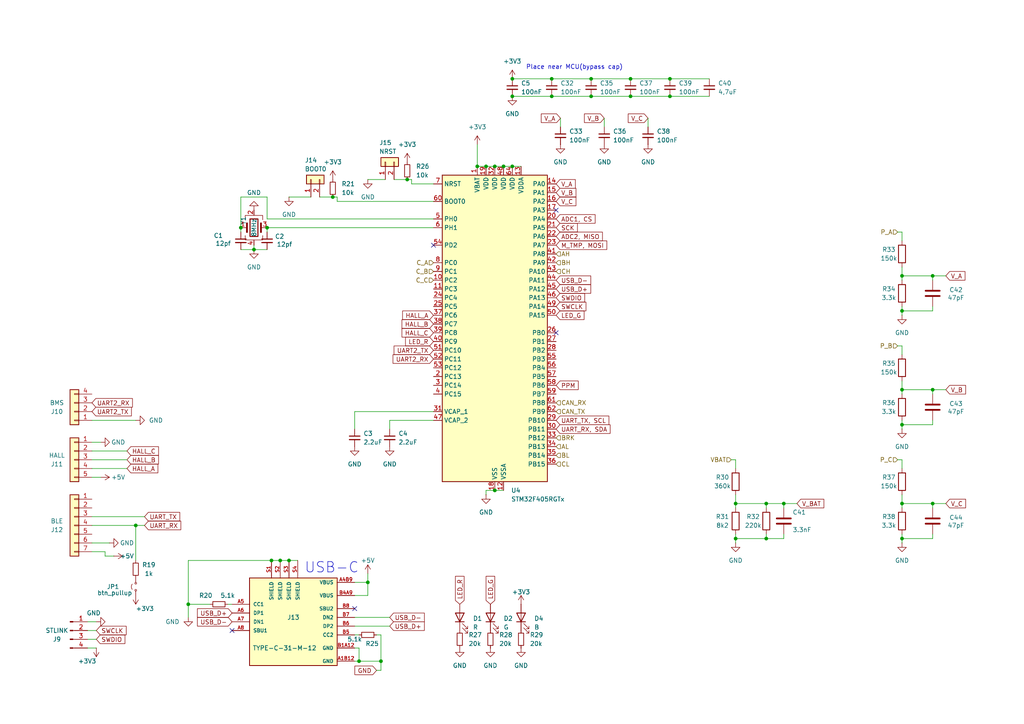
<source format=kicad_sch>
(kicad_sch (version 20231120) (generator "eeschema") (generator_version "8.0")
  (paper "A4")
  (lib_symbols
    (symbol "Connector:Conn_01x04_Pin" (pin_names (offset 1.016) hide)
      (property "Reference" "J" (at 0 5.08 0))
      (property "Value" "Conn_01x04_Pin" (at 0 -7.62 0))
      (symbol "Conn_01x04_Pin_1_1"
        (pin passive line (at 5.08 2.54 180) (length 3.81) (name "Pin_1") (number "1"))
        (pin passive line (at 5.08 0 180) (length 3.81) (name "Pin_2") (number "2"))
        (pin passive line (at 5.08 -2.54 180) (length 3.81) (name "Pin_3") (number "3"))
        (pin passive line (at 5.08 -5.08 180) (length 3.81) (name "Pin_4") (number "4"))
      )
    )
    (symbol "Connector_Generic:Conn_01x02" (pin_names (offset 1.016) hide)
      (property "Reference" "J" (at 0 2.54 0))
      (property "Value" "Conn_01x02" (at 0 -5.08 0))
      (symbol "Conn_01x02_1_1"
        (pin passive line (at -5.08 0 0) (length 3.81) (name "Pin_1") (number "1"))
        (pin passive line (at -5.08 -2.54 0) (length 3.81) (name "Pin_2") (number "2"))
      )
    )
    (symbol "Connector_Generic:Conn_01x04" (pin_names (offset 1.016) hide)
      (property "Reference" "J" (at 0 5.08 0))
      (property "Value" "Conn_01x04" (at 0 -7.62 0))
      (symbol "Conn_01x04_1_1"
        (pin passive line (at -5.08 2.54 0) (length 3.81) (name "Pin_1") (number "1"))
        (pin passive line (at -5.08 0 0) (length 3.81) (name "Pin_2") (number "2"))
        (pin passive line (at -5.08 -2.54 0) (length 3.81) (name "Pin_3") (number "3"))
        (pin passive line (at -5.08 -5.08 0) (length 3.81) (name "Pin_4") (number "4"))
      )
    )
    (symbol "Connector_Generic:Conn_01x05" (pin_names (offset 1.016) hide)
      (property "Reference" "J" (at 0 7.62 0))
      (property "Value" "Conn_01x05" (at 0 -7.62 0))
      (symbol "Conn_01x05_1_1"
        (pin passive line (at -5.08 5.08 0) (length 3.81) (name "Pin_1") (number "1"))
        (pin passive line (at -5.08 2.54 0) (length 3.81) (name "Pin_2") (number "2"))
        (pin passive line (at -5.08 0 0) (length 3.81) (name "Pin_3") (number "3"))
        (pin passive line (at -5.08 -2.54 0) (length 3.81) (name "Pin_4") (number "4"))
        (pin passive line (at -5.08 -5.08 0) (length 3.81) (name "Pin_5") (number "5"))
      )
    )
    (symbol "Connector_Generic:Conn_01x07" (pin_names (offset 1.016) hide)
      (property "Reference" "J" (at 0 10.16 0))
      (property "Value" "Conn_01x07" (at 0 -10.16 0))
      (symbol "Conn_01x07_1_1"
        (pin passive line (at -5.08 7.62 0) (length 3.81) (name "Pin_1") (number "1"))
        (pin passive line (at -5.08 5.08 0) (length 3.81) (name "Pin_2") (number "2"))
        (pin passive line (at -5.08 2.54 0) (length 3.81) (name "Pin_3") (number "3"))
        (pin passive line (at -5.08 0 0) (length 3.81) (name "Pin_4") (number "4"))
        (pin passive line (at -5.08 -2.54 0) (length 3.81) (name "Pin_5") (number "5"))
        (pin passive line (at -5.08 -5.08 0) (length 3.81) (name "Pin_6") (number "6"))
        (pin passive line (at -5.08 -7.62 0) (length 3.81) (name "Pin_7") (number "7"))
      )
    )
    (symbol "Device:C" (pin_numbers hide) (pin_names (offset 0.254))
      (property "Reference" "C" (at 0.635 2.54 0))
      (property "Value" "C" (at 0.635 -2.54 0))
      (symbol "C_1_1"
        (pin passive line (at 0 3.81 270) (length 2.794) (name "~") (number "1"))
        (pin passive line (at 0 -3.81 90) (length 2.794) (name "~") (number "2"))
      )
    )
    (symbol "Device:C_Small" (pin_numbers hide) (pin_names (offset 0.254) hide)
      (property "Reference" "C" (at 0.254 1.778 0))
      (property "Value" "C_Small" (at 0.254 -2.032 0))
      (symbol "C_Small_1_1"
        (pin passive line (at 0 2.54 270) (length 2.032) (name "~") (number "1"))
        (pin passive line (at 0 -2.54 90) (length 2.032) (name "~") (number "2"))
      )
    )
    (symbol "Device:Crystal_GND24" (pin_names (offset 1.016) hide)
      (property "Reference" "Y" (at 3.175 5.08 0))
      (property "Value" "Crystal_GND24" (at 3.175 3.175 0))
      (symbol "Crystal_GND24_1_1"
        (pin passive line (at -3.81 0 0) (length 1.27) (name "1") (number "1"))
        (pin passive line (at 0 5.08 270) (length 1.27) (name "2") (number "2"))
        (pin passive line (at 3.81 0 180) (length 1.27) (name "3") (number "3"))
        (pin passive line (at 0 -5.08 90) (length 1.27) (name "4") (number "4"))
      )
    )
    (symbol "Device:LED" (pin_numbers hide) (pin_names (offset 1.016) hide)
      (property "Reference" "D" (at 0 2.54 0))
      (property "Value" "LED" (at 0 -2.54 0))
      (symbol "LED_1_1"
        (pin passive line (at -3.81 0 0) (length 2.54) (name "K") (number "1"))
        (pin passive line (at 3.81 0 180) (length 2.54) (name "A") (number "2"))
      )
    )
    (symbol "Device:R" (pin_numbers hide) (pin_names (offset 0))
      (property "Reference" "R" (at 2.032 0 90))
      (property "Value" "R" (at 0 0 90))
      (symbol "R_1_1"
        (pin passive line (at 0 3.81 270) (length 1.27) (name "~") (number "1"))
        (pin passive line (at 0 -3.81 90) (length 1.27) (name "~") (number "2"))
      )
    )
    (symbol "Device:R_Small" (pin_numbers hide) (pin_names (offset 0.254) hide)
      (property "Reference" "R" (at 0.762 0.508 0))
      (property "Value" "R_Small" (at 0.762 -1.016 0))
      (symbol "R_Small_1_1"
        (pin passive line (at 0 2.54 270) (length 0.762) (name "~") (number "1"))
        (pin passive line (at 0 -2.54 90) (length 0.762) (name "~") (number "2"))
      )
    )
    (symbol "Jumper:Jumper_2_Small_Open" (pin_numbers hide) (pin_names (offset 0) hide) (exclude_from_sim yes)
      (property "Reference" "JP" (at 0 2.794 0))
      (property "Value" "Jumper_2_Small_Open" (at 0 -2.286 0))
      (symbol "Jumper_2_Small_Open_1_1"
        (pin passive line (at -2.54 0 0) (length 1.27) (name "A") (number "1"))
        (pin passive line (at 2.54 0 180) (length 1.27) (name "B") (number "2"))
      )
    )
    (symbol "MCU_ST_STM32F4:STM32F405RGTx"
      (property "Reference" "U" (at -15.24 46.99 0))
      (property "Value" "STM32F405RGTx" (at 10.16 46.99 0))
      (symbol "STM32F405RGTx_1_1"
        (pin power_in line (at -5.08 48.26 270) (length 2.54) (name "VBAT") (number "1"))
        (pin bidirectional line (at -17.78 15.24 0) (length 2.54) (name "PC2") (number "10"))
        (pin bidirectional line (at -17.78 12.7 0) (length 2.54) (name "PC3") (number "11"))
        (pin power_in line (at 2.54 -45.72 90) (length 2.54) (name "VSSA") (number "12"))
        (pin power_in line (at 7.62 48.26 270) (length 2.54) (name "VDDA") (number "13"))
        (pin bidirectional line (at 17.78 43.18 180) (length 2.54) (name "PA0") (number "14"))
        (pin bidirectional line (at 17.78 40.64 180) (length 2.54) (name "PA1") (number "15"))
        (pin bidirectional line (at 17.78 38.1 180) (length 2.54) (name "PA2") (number "16"))
        (pin bidirectional line (at 17.78 35.56 180) (length 2.54) (name "PA3") (number "17"))
        (pin power_in line (at 0 -45.72 90) (length 2.54) (name "VSS") (number "18"))
        (pin power_in line (at -2.54 48.26 270) (length 2.54) (name "VDD") (number "19"))
        (pin bidirectional line (at -17.78 -12.7 0) (length 2.54) (name "PC13") (number "2"))
        (pin bidirectional line (at 17.78 33.02 180) (length 2.54) (name "PA4") (number "20"))
        (pin bidirectional line (at 17.78 30.48 180) (length 2.54) (name "PA5") (number "21"))
        (pin bidirectional line (at 17.78 27.94 180) (length 2.54) (name "PA6") (number "22"))
        (pin bidirectional line (at 17.78 25.4 180) (length 2.54) (name "PA7") (number "23"))
        (pin bidirectional line (at -17.78 10.16 0) (length 2.54) (name "PC4") (number "24"))
        (pin bidirectional line (at -17.78 7.62 0) (length 2.54) (name "PC5") (number "25"))
        (pin bidirectional line (at 17.78 0 180) (length 2.54) (name "PB0") (number "26"))
        (pin bidirectional line (at 17.78 -2.54 180) (length 2.54) (name "PB1") (number "27"))
        (pin bidirectional line (at 17.78 -5.08 180) (length 2.54) (name "PB2") (number "28"))
        (pin bidirectional line (at 17.78 -25.4 180) (length 2.54) (name "PB10") (number "29"))
        (pin bidirectional line (at -17.78 -15.24 0) (length 2.54) (name "PC14") (number "3"))
        (pin bidirectional line (at 17.78 -27.94 180) (length 2.54) (name "PB11") (number "30"))
        (pin power_out line (at -17.78 -22.86 0) (length 2.54) (name "VCAP_1") (number "31"))
        (pin power_in line (at 0 48.26 270) (length 2.54) (name "VDD") (number "32"))
        (pin bidirectional line (at 17.78 -30.48 180) (length 2.54) (name "PB12") (number "33"))
        (pin bidirectional line (at 17.78 -33.02 180) (length 2.54) (name "PB13") (number "34"))
        (pin bidirectional line (at 17.78 -35.56 180) (length 2.54) (name "PB14") (number "35"))
        (pin bidirectional line (at 17.78 -38.1 180) (length 2.54) (name "PB15") (number "36"))
        (pin bidirectional line (at -17.78 5.08 0) (length 2.54) (name "PC6") (number "37"))
        (pin bidirectional line (at -17.78 2.54 0) (length 2.54) (name "PC7") (number "38"))
        (pin bidirectional line (at -17.78 0 0) (length 2.54) (name "PC8") (number "39"))
        (pin bidirectional line (at -17.78 -17.78 0) (length 2.54) (name "PC15") (number "4"))
        (pin bidirectional line (at -17.78 -2.54 0) (length 2.54) (name "PC9") (number "40"))
        (pin bidirectional line (at 17.78 22.86 180) (length 2.54) (name "PA8") (number "41"))
        (pin bidirectional line (at 17.78 20.32 180) (length 2.54) (name "PA9") (number "42"))
        (pin bidirectional line (at 17.78 17.78 180) (length 2.54) (name "PA10") (number "43"))
        (pin bidirectional line (at 17.78 15.24 180) (length 2.54) (name "PA11") (number "44"))
        (pin bidirectional line (at 17.78 12.7 180) (length 2.54) (name "PA12") (number "45"))
        (pin bidirectional line (at 17.78 10.16 180) (length 2.54) (name "PA13") (number "46"))
        (pin power_out line (at -17.78 -25.4 0) (length 2.54) (name "VCAP_2") (number "47"))
        (pin power_in line (at 2.54 48.26 270) (length 2.54) (name "VDD") (number "48"))
        (pin bidirectional line (at 17.78 7.62 180) (length 2.54) (name "PA14") (number "49"))
        (pin bidirectional line (at -17.78 33.02 0) (length 2.54) (name "PH0") (number "5"))
        (pin bidirectional line (at 17.78 5.08 180) (length 2.54) (name "PA15") (number "50"))
        (pin bidirectional line (at -17.78 -5.08 0) (length 2.54) (name "PC10") (number "51"))
        (pin bidirectional line (at -17.78 -7.62 0) (length 2.54) (name "PC11") (number "52"))
        (pin bidirectional line (at -17.78 -10.16 0) (length 2.54) (name "PC12") (number "53"))
        (pin bidirectional line (at -17.78 25.4 0) (length 2.54) (name "PD2") (number "54"))
        (pin bidirectional line (at 17.78 -7.62 180) (length 2.54) (name "PB3") (number "55"))
        (pin bidirectional line (at 17.78 -10.16 180) (length 2.54) (name "PB4") (number "56"))
        (pin bidirectional line (at 17.78 -12.7 180) (length 2.54) (name "PB5") (number "57"))
        (pin bidirectional line (at 17.78 -15.24 180) (length 2.54) (name "PB6") (number "58"))
        (pin bidirectional line (at 17.78 -17.78 180) (length 2.54) (name "PB7") (number "59"))
        (pin bidirectional line (at -17.78 30.48 0) (length 2.54) (name "PH1") (number "6"))
        (pin input line (at -17.78 38.1 0) (length 2.54) (name "BOOT0") (number "60"))
        (pin bidirectional line (at 17.78 -20.32 180) (length 2.54) (name "PB8") (number "61"))
        (pin bidirectional line (at 17.78 -22.86 180) (length 2.54) (name "PB9") (number "62"))
        (pin passive line (at 0 -45.72 90) (length 2.54) hide (name "VSS") (number "63"))
        (pin power_in line (at 5.08 48.26 270) (length 2.54) (name "VDD") (number "64"))
        (pin input line (at -17.78 43.18 0) (length 2.54) (name "NRST") (number "7"))
        (pin bidirectional line (at -17.78 20.32 0) (length 2.54) (name "PC0") (number "8"))
        (pin bidirectional line (at -17.78 17.78 0) (length 2.54) (name "PC1") (number "9"))
      )
    )
    (symbol "TYPE-C-31-M-12:TYPE-C-31-M-12" (pin_names (offset 1.016))
      (property "Reference" "J" (at -12.7 13.462 0))
      (property "Value" "TYPE-C-31-M-12" (at -10.16 -8.89 0))
      (symbol "TYPE-C-31-M-12_0_0"
        (pin power_in line (at 17.78 -11.43 180) (length 5.08) (name "GND") (number "A1B12"))
        (pin power_in line (at 17.78 11.43 180) (length 5.08) (name "VBUS") (number "A4B9"))
        (pin bidirectional line (at -17.78 5.08 0) (length 5.08) (name "CC1") (number "A5"))
        (pin bidirectional line (at -17.78 2.54 0) (length 5.08) (name "DP1") (number "A6"))
        (pin bidirectional line (at -17.78 0 0) (length 5.08) (name "DN1") (number "A7"))
        (pin bidirectional line (at -17.78 -2.54 0) (length 5.08) (name "SBU1") (number "A8"))
        (pin power_in line (at 17.78 -7.62 180) (length 5.08) (name "GND") (number "B1A12"))
        (pin power_in line (at 17.78 7.62 180) (length 5.08) (name "VBUS") (number "B4A9"))
        (pin bidirectional line (at 17.78 -3.81 180) (length 5.08) (name "CC2") (number "B5"))
        (pin bidirectional line (at 17.78 -1.27 180) (length 5.08) (name "DP2") (number "B6"))
        (pin bidirectional line (at 17.78 1.27 180) (length 5.08) (name "DN2") (number "B7"))
        (pin bidirectional line (at 17.78 3.81 180) (length 5.08) (name "SBU2") (number "B8"))
        (pin passive line (at -6.35 17.78 270) (length 5.08) (name "SHIELD") (number "S1"))
        (pin passive line (at -3.81 17.78 270) (length 5.08) (name "SHIELD") (number "S2"))
        (pin passive line (at -1.27 17.78 270) (length 5.08) (name "SHIELD") (number "S3"))
        (pin passive line (at 1.27 17.78 270) (length 5.08) (name "SHIELD") (number "S4"))
      )
    )
    (symbol "power:+3V3" (power) (pin_numbers hide) (pin_names (offset 0) hide)
      (property "Value" "+3V3" (at 0 3.556 0))
      (symbol "+3V3_1_1"
        (pin power_in line (at 0 0 90) (length 0) (name "~") (number "1"))
      )
    )
    (symbol "power:+5V" (power) (pin_numbers hide) (pin_names (offset 0) hide)
      (property "Value" "+5V" (at 0 3.556 0))
      (symbol "+5V_1_1"
        (pin power_in line (at 0 0 90) (length 0) (name "~") (number "1"))
      )
    )
    (symbol "power:GND" (power) (pin_numbers hide) (pin_names (offset 0) hide)
      (property "Value" "GND" (at 0 -3.81 0))
      (symbol "GND_1_1"
        (pin power_in line (at 0 0 270) (length 0) (name "~") (number "1"))
      )
    )
  )
  (junction (at 148.59 22.86))
  (junction (at 194.31 22.86))
  (junction (at 182.88 27.94))
  (junction (at 106.68 168.91))
  (junction (at 182.88 22.86))
  (junction (at 77.47 66.04))
  (junction (at 118.11 52.07))
  (junction (at 222.25 156.21))
  (junction (at 261.62 156.21))
  (junction (at 104.14 191.77))
  (junction (at 148.59 48.26))
  (junction (at 261.62 123.19))
  (junction (at 54.61 175.26))
  (junction (at 160.02 22.86))
  (junction (at 39.37 152.4))
  (junction (at 138.43 48.26))
  (junction (at 261.62 80.01))
  (junction (at 171.45 22.86))
  (junction (at 110.49 191.77))
  (junction (at 213.36 146.05))
  (junction (at 222.25 146.05))
  (junction (at 194.31 27.94))
  (junction (at 146.05 48.26))
  (junction (at 261.62 146.05))
  (junction (at 143.51 142.24))
  (junction (at 160.02 27.94))
  (junction (at 78.74 162.56))
  (junction (at 227.33 146.05))
  (junction (at 270.51 113.03))
  (junction (at 83.82 162.56))
  (junction (at 81.28 162.56))
  (junction (at 270.51 146.05))
  (junction (at 261.62 113.03))
  (junction (at 140.97 48.26))
  (junction (at 148.59 27.94))
  (junction (at 261.62 90.17))
  (junction (at 213.36 156.21))
  (junction (at 270.51 80.01))
  (junction (at 96.52 57.15))
  (junction (at 143.51 48.26))
  (junction (at 171.45 27.94))
  (junction (at 73.66 72.39))
  (junction (at 69.85 66.04))
  (no_connect (at 67.31 182.88))
  (no_connect (at 161.29 60.96))
  (no_connect (at 102.87 176.53))
  (no_connect (at 125.73 71.12))
  (no_connect (at 161.29 96.52))
  (wire (pts (xy 261.62 80.01) (xy 261.62 81.28)))
  (wire (pts (xy 119.38 52.07) (xy 119.38 53.34)))
  (wire (pts (xy 260.35 100.33) (xy 261.62 100.33)))
  (wire (pts (xy 227.33 154.94) (xy 227.33 156.21)))
  (wire (pts (xy 138.43 48.26) (xy 140.97 48.26)))
  (wire (pts (xy 125.73 121.92) (xy 113.03 121.92)))
  (wire (pts (xy 113.03 121.92) (xy 113.03 124.46)))
  (wire (pts (xy 102.87 179.07) (xy 113.03 179.07)))
  (wire (pts (xy 106.68 52.07) (xy 111.76 52.07)))
  (wire (pts (xy 69.85 57.15) (xy 69.85 66.04)))
  (wire (pts (xy 78.74 162.56) (xy 54.61 162.56)))
  (wire (pts (xy 182.88 27.94) (xy 194.31 27.94)))
  (wire (pts (xy 175.26 34.29) (xy 175.26 36.83)))
  (wire (pts (xy 30.48 161.29) (xy 33.02 161.29)))
  (wire (pts (xy 261.62 90.17) (xy 261.62 91.44)))
  (wire (pts (xy 77.47 57.15) (xy 77.47 63.5)))
  (wire (pts (xy 102.87 172.72) (xy 106.68 172.72)))
  (wire (pts (xy 69.85 72.39) (xy 73.66 72.39)))
  (wire (pts (xy 81.28 162.56) (xy 83.82 162.56)))
  (wire (pts (xy 77.47 66.04) (xy 125.73 66.04)))
  (wire (pts (xy 26.67 121.92) (xy 39.37 121.92)))
  (wire (pts (xy 77.47 63.5) (xy 125.73 63.5)))
  (wire (pts (xy 26.67 138.43) (xy 29.21 138.43)))
  (wire (pts (xy 270.51 146.05) (xy 274.32 146.05)))
  (wire (pts (xy 67.31 175.26) (xy 66.04 175.26)))
  (wire (pts (xy 227.33 146.05) (xy 227.33 147.32)))
  (wire (pts (xy 270.51 113.03) (xy 274.32 113.03)))
  (wire (pts (xy 148.59 22.86) (xy 160.02 22.86)))
  (wire (pts (xy 261.62 123.19) (xy 270.51 123.19)))
  (wire (pts (xy 270.51 88.9) (xy 270.51 90.17)))
  (wire (pts (xy 25.4 180.34) (xy 27.94 180.34)))
  (wire (pts (xy 213.36 154.94) (xy 213.36 156.21)))
  (wire (pts (xy 102.87 124.46) (xy 102.87 119.38)))
  (wire (pts (xy 26.67 149.86) (xy 41.91 149.86)))
  (wire (pts (xy 261.62 110.49) (xy 261.62 113.03)))
  (wire (pts (xy 261.62 113.03) (xy 270.51 113.03)))
  (wire (pts (xy 97.79 58.42) (xy 125.73 58.42)))
  (wire (pts (xy 106.68 166.37) (xy 106.68 168.91)))
  (wire (pts (xy 25.4 185.42) (xy 27.94 185.42)))
  (wire (pts (xy 261.62 123.19) (xy 261.62 124.46)))
  (wire (pts (xy 102.87 181.61) (xy 113.03 181.61)))
  (wire (pts (xy 26.67 135.89) (xy 36.83 135.89)))
  (wire (pts (xy 25.4 187.96) (xy 27.94 187.96)))
  (wire (pts (xy 143.51 142.24) (xy 140.97 142.24)))
  (wire (pts (xy 270.51 80.01) (xy 270.51 81.28)))
  (wire (pts (xy 119.38 53.34) (xy 125.73 53.34)))
  (wire (pts (xy 261.62 133.35) (xy 261.62 135.89)))
  (wire (pts (xy 102.87 168.91) (xy 106.68 168.91)))
  (wire (pts (xy 25.4 182.88) (xy 27.94 182.88)))
  (wire (pts (xy 26.67 133.35) (xy 36.83 133.35)))
  (wire (pts (xy 182.88 22.86) (xy 194.31 22.86)))
  (wire (pts (xy 118.11 52.07) (xy 119.38 52.07)))
  (wire (pts (xy 171.45 27.94) (xy 182.88 27.94)))
  (wire (pts (xy 162.56 36.83) (xy 162.56 34.29)))
  (wire (pts (xy 260.35 67.31) (xy 261.62 67.31)))
  (wire (pts (xy 26.67 157.48) (xy 31.75 157.48)))
  (wire (pts (xy 270.51 146.05) (xy 270.51 147.32)))
  (wire (pts (xy 270.51 154.94) (xy 270.51 156.21)))
  (wire (pts (xy 160.02 27.94) (xy 171.45 27.94)))
  (wire (pts (xy 260.35 133.35) (xy 261.62 133.35)))
  (wire (pts (xy 261.62 154.94) (xy 261.62 156.21)))
  (wire (pts (xy 146.05 142.24) (xy 143.51 142.24)))
  (wire (pts (xy 213.36 146.05) (xy 213.36 147.32)))
  (wire (pts (xy 148.59 27.94) (xy 160.02 27.94)))
  (wire (pts (xy 261.62 77.47) (xy 261.62 80.01)))
  (wire (pts (xy 90.17 57.15) (xy 83.82 57.15)))
  (wire (pts (xy 96.52 57.15) (xy 97.79 57.15)))
  (wire (pts (xy 261.62 156.21) (xy 270.51 156.21)))
  (wire (pts (xy 270.51 80.01) (xy 274.32 80.01)))
  (wire (pts (xy 222.25 146.05) (xy 227.33 146.05)))
  (wire (pts (xy 261.62 90.17) (xy 270.51 90.17)))
  (wire (pts (xy 143.51 48.26) (xy 146.05 48.26)))
  (wire (pts (xy 213.36 133.35) (xy 213.36 135.89)))
  (wire (pts (xy 270.51 121.92) (xy 270.51 123.19)))
  (wire (pts (xy 110.49 191.77) (xy 104.14 191.77)))
  (wire (pts (xy 140.97 142.24) (xy 140.97 143.51)))
  (wire (pts (xy 222.25 146.05) (xy 222.25 147.32)))
  (wire (pts (xy 26.67 152.4) (xy 39.37 152.4)))
  (wire (pts (xy 261.62 156.21) (xy 261.62 157.48)))
  (wire (pts (xy 69.85 57.15) (xy 77.47 57.15)))
  (wire (pts (xy 261.62 67.31) (xy 261.62 69.85)))
  (wire (pts (xy 54.61 162.56) (xy 54.61 175.26)))
  (wire (pts (xy 194.31 22.86) (xy 205.74 22.86)))
  (wire (pts (xy 213.36 156.21) (xy 213.36 157.48)))
  (wire (pts (xy 222.25 154.94) (xy 222.25 156.21)))
  (wire (pts (xy 73.66 72.39) (xy 73.66 71.12)))
  (wire (pts (xy 261.62 146.05) (xy 261.62 147.32)))
  (wire (pts (xy 171.45 22.86) (xy 182.88 22.86)))
  (wire (pts (xy 138.43 41.91) (xy 138.43 48.26)))
  (wire (pts (xy 109.22 184.15) (xy 110.49 184.15)))
  (wire (pts (xy 110.49 194.437) (xy 110.49 191.77)))
  (wire (pts (xy 261.62 146.05) (xy 270.51 146.05)))
  (wire (pts (xy 26.67 130.81) (xy 36.83 130.81)))
  (wire (pts (xy 187.96 34.29) (xy 187.96 36.83)))
  (wire (pts (xy 69.85 66.04) (xy 69.85 67.31)))
  (wire (pts (xy 106.68 172.72) (xy 106.68 168.91)))
  (wire (pts (xy 83.82 162.56) (xy 86.36 162.56)))
  (wire (pts (xy 222.25 156.21) (xy 213.36 156.21)))
  (wire (pts (xy 261.62 88.9) (xy 261.62 90.17)))
  (wire (pts (xy 26.67 160.02) (xy 30.48 160.02)))
  (wire (pts (xy 212.09 133.35) (xy 213.36 133.35)))
  (wire (pts (xy 92.71 57.15) (xy 96.52 57.15)))
  (wire (pts (xy 73.66 72.39) (xy 77.47 72.39)))
  (wire (pts (xy 213.36 146.05) (xy 222.25 146.05)))
  (wire (pts (xy 270.51 113.03) (xy 270.51 114.3)))
  (wire (pts (xy 261.62 100.33) (xy 261.62 102.87)))
  (wire (pts (xy 26.67 128.27) (xy 29.21 128.27)))
  (wire (pts (xy 194.31 27.94) (xy 205.74 27.94)))
  (wire (pts (xy 110.49 184.15) (xy 110.49 191.77)))
  (wire (pts (xy 54.61 175.26) (xy 60.96 175.26)))
  (wire (pts (xy 227.33 146.05) (xy 231.14 146.05)))
  (wire (pts (xy 77.47 67.31) (xy 77.47 66.04)))
  (wire (pts (xy 54.61 179.07) (xy 54.61 175.26)))
  (wire (pts (xy 261.62 143.51) (xy 261.62 146.05)))
  (wire (pts (xy 109.22 194.437) (xy 110.49 194.437)))
  (wire (pts (xy 102.87 184.15) (xy 104.14 184.15)))
  (wire (pts (xy 146.05 48.26) (xy 148.59 48.26)))
  (wire (pts (xy 261.62 80.01) (xy 270.51 80.01)))
  (wire (pts (xy 160.02 22.86) (xy 171.45 22.86)))
  (wire (pts (xy 140.97 48.26) (xy 143.51 48.26)))
  (wire (pts (xy 148.59 48.26) (xy 151.13 48.26)))
  (wire (pts (xy 102.87 119.38) (xy 125.73 119.38)))
  (wire (pts (xy 39.37 152.4) (xy 41.91 152.4)))
  (wire (pts (xy 261.62 121.92) (xy 261.62 123.19)))
  (wire (pts (xy 30.48 160.02) (xy 30.48 161.29)))
  (wire (pts (xy 213.36 143.51) (xy 213.36 146.05)))
  (wire (pts (xy 114.3 52.07) (xy 118.11 52.07)))
  (wire (pts (xy 261.62 113.03) (xy 261.62 114.3)))
  (wire (pts (xy 104.14 187.96) (xy 104.14 191.77)))
  (wire (pts (xy 97.79 57.15) (xy 97.79 58.42)))
  (wire (pts (xy 78.74 162.56) (xy 81.28 162.56)))
  (wire (pts (xy 102.87 187.96) (xy 104.14 187.96)))
  (wire (pts (xy 102.87 191.77) (xy 104.14 191.77)))
  (wire (pts (xy 39.37 152.4) (xy 39.37 162.56)))
  (wire (pts (xy 227.33 156.21) (xy 222.25 156.21)))
  (text "USB-C\n" (at 88.265 166.497 0) (effects (font (size 2.9972 2.9972)) (justify left bottom)))
  (text "Place near MCU(bypass cap)" (at 166.624 19.558 0) (effects (font (size 1.27 1.27))))
  (global_label "UART_TX" (shape input) (at 41.91 149.86 0) (property "Intersheetrefs" "${INTERSHEET_REFS}" (effects (hide yes))))
  (global_label "PPM" (shape input) (at 161.29 111.76 0) (property "Intersheetrefs" "${INTERSHEET_REFS}" (effects (hide yes))))
  (global_label "SWDIO" (shape input) (at 161.29 86.36 0) (property "Intersheetrefs" "${INTERSHEET_REFS}" (effects (hide yes))))
  (global_label "V_BAT" (shape input) (at 231.14 146.05 0) (property "Intersheetrefs" "${INTERSHEET_REFS}" (effects (hide yes))))
  (global_label "SWDIO" (shape input) (at 27.94 185.42 0) (property "Intersheetrefs" "${INTERSHEET_REFS}" (effects (hide yes))))
  (global_label "V_A" (shape input) (at 161.29 53.34 0) (property "Intersheetrefs" "${INTERSHEET_REFS}" (effects (hide yes))))
  (global_label "ADC2, MISO" (shape input) (at 161.29 68.58 0) (property "Intersheetrefs" "${INTERSHEET_REFS}" (effects (hide yes))))
  (global_label "SWCLK" (shape input) (at 27.94 182.88 0) (property "Intersheetrefs" "${INTERSHEET_REFS}" (effects (hide yes))))
  (global_label "V_C" (shape input) (at 187.96 34.29 180) (property "Intersheetrefs" "${INTERSHEET_REFS}" (effects (hide yes))))
  (global_label "SCK" (shape input) (at 161.29 66.04 0) (property "Intersheetrefs" "${INTERSHEET_REFS}" (effects (hide yes))))
  (global_label "V_B" (shape input) (at 161.29 55.88 0) (property "Intersheetrefs" "${INTERSHEET_REFS}" (effects (hide yes))))
  (global_label "SWCLK" (shape input) (at 161.29 88.9 0) (property "Intersheetrefs" "${INTERSHEET_REFS}" (effects (hide yes))))
  (global_label "USB_D-" (shape input) (at 113.03 179.07 0) (property "Intersheetrefs" "${INTERSHEET_REFS}" (effects (hide yes))))
  (global_label "LED_R" (shape input) (at 133.35 175.26 90) (property "Intersheetrefs" "${INTERSHEET_REFS}" (effects (hide yes))))
  (global_label "V_C" (shape input) (at 161.29 58.42 0) (property "Intersheetrefs" "${INTERSHEET_REFS}" (effects (hide yes))))
  (global_label "UART2_RX" (shape input) (at 26.67 116.84 0) (property "Intersheetrefs" "${INTERSHEET_REFS}" (effects (hide yes))))
  (global_label "V_B" (shape input) (at 175.26 34.29 180) (property "Intersheetrefs" "${INTERSHEET_REFS}" (effects (hide yes))))
  (global_label "M_TMP, MOSI" (shape input) (at 161.29 71.12 0) (property "Intersheetrefs" "${INTERSHEET_REFS}" (effects (hide yes))))
  (global_label "GND" (shape input) (at 109.22 194.437 180) (property "Intersheetrefs" "${INTERSHEET_REFS}" (effects (hide yes))))
  (global_label "HALL_C" (shape input) (at 36.83 130.81 0) (property "Intersheetrefs" "${INTERSHEET_REFS}" (effects (hide yes))))
  (global_label "HALL_B" (shape input) (at 36.83 133.35 0) (property "Intersheetrefs" "${INTERSHEET_REFS}" (effects (hide yes))))
  (global_label "V_A" (shape input) (at 274.32 80.01 0) (property "Intersheetrefs" "${INTERSHEET_REFS}" (effects (hide yes))))
  (global_label "USB_D+" (shape input) (at 161.29 83.82 0) (property "Intersheetrefs" "${INTERSHEET_REFS}" (effects (hide yes))))
  (global_label "UART_RX, SDA" (shape input) (at 161.29 124.46 0) (property "Intersheetrefs" "${INTERSHEET_REFS}" (effects (hide yes))))
  (global_label "USB_D-" (shape input) (at 161.29 81.28 0) (property "Intersheetrefs" "${INTERSHEET_REFS}" (effects (hide yes))))
  (global_label "V_B" (shape input) (at 274.32 113.03 0) (property "Intersheetrefs" "${INTERSHEET_REFS}" (effects (hide yes))))
  (global_label "UART2_RX" (shape input) (at 125.73 104.14 180) (property "Intersheetrefs" "${INTERSHEET_REFS}" (effects (hide yes))))
  (global_label "UART2_TX" (shape input) (at 125.73 101.6 180) (property "Intersheetrefs" "${INTERSHEET_REFS}" (effects (hide yes))))
  (global_label "HALL_B" (shape input) (at 125.73 93.98 180) (property "Intersheetrefs" "${INTERSHEET_REFS}" (effects (hide yes))))
  (global_label "LED_R" (shape input) (at 125.73 99.06 180) (property "Intersheetrefs" "${INTERSHEET_REFS}" (effects (hide yes))))
  (global_label "USB_D-" (shape input) (at 67.31 180.34 180) (property "Intersheetrefs" "${INTERSHEET_REFS}" (effects (hide yes))))
  (global_label "UART2_TX" (shape input) (at 26.67 119.38 0) (property "Intersheetrefs" "${INTERSHEET_REFS}" (effects (hide yes))))
  (global_label "HALL_A" (shape input) (at 36.83 135.89 0) (property "Intersheetrefs" "${INTERSHEET_REFS}" (effects (hide yes))))
  (global_label "LED_G" (shape input) (at 161.29 91.44 0) (property "Intersheetrefs" "${INTERSHEET_REFS}" (effects (hide yes))))
  (global_label "V_C" (shape input) (at 274.32 146.05 0) (property "Intersheetrefs" "${INTERSHEET_REFS}" (effects (hide yes))))
  (global_label "UART_RX" (shape input) (at 41.91 152.4 0) (property "Intersheetrefs" "${INTERSHEET_REFS}" (effects (hide yes))))
  (global_label "ADC1, CS" (shape input) (at 161.29 63.5 0) (property "Intersheetrefs" "${INTERSHEET_REFS}" (effects (hide yes))))
  (global_label "LED_G" (shape input) (at 142.24 175.26 90) (property "Intersheetrefs" "${INTERSHEET_REFS}" (effects (hide yes))))
  (global_label "V_A" (shape input) (at 162.56 34.29 180) (property "Intersheetrefs" "${INTERSHEET_REFS}" (effects (hide yes))))
  (global_label "HALL_A" (shape input) (at 125.73 91.44 180) (property "Intersheetrefs" "${INTERSHEET_REFS}" (effects (hide yes))))
  (global_label "UART_TX, SCL" (shape input) (at 161.29 121.92 0) (property "Intersheetrefs" "${INTERSHEET_REFS}" (effects (hide yes))))
  (global_label "USB_D+" (shape input) (at 67.31 177.8 180) (property "Intersheetrefs" "${INTERSHEET_REFS}" (effects (hide yes))))
  (global_label "HALL_C" (shape input) (at 125.73 96.52 180) (property "Intersheetrefs" "${INTERSHEET_REFS}" (effects (hide yes))))
  (global_label "USB_D+" (shape input) (at 113.03 181.61 0) (property "Intersheetrefs" "${INTERSHEET_REFS}" (effects (hide yes))))
  (hierarchical_label "BRK" (shape input) (at 161.29 127 0))
  (hierarchical_label "C_A" (shape input) (at 125.73 76.2 180))
  (hierarchical_label "BL" (shape input) (at 161.29 132.08 0))
  (hierarchical_label "BH" (shape input) (at 161.29 76.2 0))
  (hierarchical_label "AH" (shape input) (at 161.29 73.66 0))
  (hierarchical_label "P_A" (shape input) (at 260.35 67.31 180))
  (hierarchical_label "P_C" (shape input) (at 260.35 133.35 180))
  (hierarchical_label "CAN_RX" (shape input) (at 161.29 116.84 0))
  (hierarchical_label "AL" (shape input) (at 161.29 129.54 0))
  (hierarchical_label "CL" (shape input) (at 161.29 134.62 0))
  (hierarchical_label "CAN_TX" (shape input) (at 161.29 119.38 0))
  (hierarchical_label "P_B" (shape input) (at 260.35 100.33 180))
  (hierarchical_label "CH" (shape input) (at 161.29 78.74 0))
  (hierarchical_label "VBAT" (shape input) (at 212.09 133.35 180))
  (hierarchical_label "C_C" (shape input) (at 125.73 81.28 180))
  (hierarchical_label "C_B" (shape input) (at 125.73 78.74 180))
  (symbol (lib_id "Device:C") (at 227.33 151.13 0) (unit 1)
    (property "Reference" "C41" (at 229.87 148.59 0) (effects (justify left)))
    (property "Value" "3.3nF" (at 229.87 153.67 0) (effects (justify left)))
    (property "Footprint" "Capacitor_SMD:C_0603_1608Metric" (effects (hide yes)))
    (property "MFR PT" "CL10B332KB8NNNC" (effects (hide yes)))
    (property "LCSC" "C1613" (effects (hide yes)))
  )
  (symbol (lib_id "power:+3V3") (at 96.52 52.07 0) (unit 1)
    (property "Reference" "#PWR042" (effects (hide yes)))
    (property "Value" "+3V3" (at 96.52 46.99 0))
    (property "Description" "Power symbol creates a global label with name \"+3V3\"" (effects (hide yes)))
  )
  (symbol (lib_id "Device:R_Small") (at 142.24 185.42 0) (unit 1)
    (property "Reference" "R28" (at 144.78 184.1499 0) (effects (justify left)))
    (property "Value" "20k" (at 144.78 186.6899 0) (effects (justify left)))
    (property "Footprint" "Resistor_SMD:R_0603_1608Metric" (effects (hide yes)))
    (property "Description" "Resistor, small symbol" (effects (hide yes)))
    (property "LCSC" "C269687" (effects (hide yes)))
  )
  (symbol (lib_id "Device:R_Small") (at 63.5 175.26 270) (unit 1)
    (property "Reference" "R20" (at 59.69 172.72 90))
    (property "Value" "5.1k" (at 66.04 172.72 90))
    (property "Footprint" "Resistor_SMD:R_0402_1005Metric" (effects (hide yes)))
    (property "LCSC" "C105872" (effects (hide yes)))
  )
  (symbol (lib_id "Connector_Generic:Conn_01x07") (at 21.59 152.4 0) (mirror y) (unit 1)
    (property "Reference" "J12" (at 16.51 153.67 0))
    (property "Value" "BLE" (at 16.51 151.13 0))
    (property "Description" "Generic connector, single row, 01x07, script generated (kicad-library-utils/schlib/autogen/connector/)" (effects (hide yes)))
  )
  (symbol (lib_id "Device:R") (at 213.36 139.7 180) (unit 1)
    (property "Reference" "R30" (at 209.55 138.43 0))
    (property "Value" "360k" (at 209.55 140.97 0))
    (property "Footprint" "Resistor_SMD:R_0805_2012Metric" (effects (hide yes)))
    (property "MFR PT" "0805W8F3603T5E" (effects (hide yes)))
    (property "LCSC" "C17645" (effects (hide yes)))
  )
  (symbol (lib_id "power:GND") (at 31.75 157.48 90) (mirror x) (unit 1)
    (property "Reference" "#PWR034" (effects (hide yes)))
    (property "Value" "GND" (at 36.83 157.48 90))
    (property "Description" "Power symbol creates a global label with name \"GND\" , ground" (effects (hide yes)))
  )
  (symbol (lib_id "power:GND") (at 106.68 52.07 0) (unit 1)
    (property "Reference" "#PWR044" (effects (hide yes)))
    (property "Value" "GND" (at 106.68 57.15 0))
    (property "Description" "Power symbol creates a global label with name \"GND\" , ground" (effects (hide yes)))
  )
  (symbol (lib_id "Device:C_Small") (at 175.26 39.37 0) (unit 1)
    (property "Reference" "C36" (at 177.8 38.1062 0) (effects (justify left)))
    (property "Value" "100nF" (at 177.8 40.6462 0) (effects (justify left)))
    (property "Description" "Unpolarized capacitor, small symbol" (effects (hide yes)))
  )
  (symbol (lib_id "power:+3V3") (at 118.11 46.99 0) (unit 1)
    (property "Reference" "#PWR047" (effects (hide yes)))
    (property "Value" "+3V3" (at 118.11 41.91 0))
    (property "Description" "Power symbol creates a global label with name \"+3V3\"" (effects (hide yes)))
  )
  (symbol (lib_id "power:GND") (at 133.35 187.96 0) (unit 1)
    (property "Reference" "#PWR048" (effects (hide yes)))
    (property "Value" "GND" (at 133.35 193.04 0))
    (property "Description" "Power symbol creates a global label with name \"GND\" , ground" (effects (hide yes)))
  )
  (symbol (lib_id "Device:R") (at 261.62 139.7 180) (unit 1)
    (property "Reference" "R37" (at 257.81 138.43 0))
    (property "Value" "150k" (at 257.81 140.97 0))
    (property "Footprint" "Resistor_SMD:R_0805_2012Metric" (effects (hide yes)))
    (property "MFR PT" "0805W8F3603T5E" (effects (hide yes)))
    (property "LCSC" "C17645" (effects (hide yes)))
  )
  (symbol (lib_id "Device:R") (at 261.62 106.68 180) (unit 1)
    (property "Reference" "R35" (at 257.81 105.41 0))
    (property "Value" "150k" (at 257.81 107.95 0))
    (property "Footprint" "Resistor_SMD:R_0805_2012Metric" (effects (hide yes)))
    (property "MFR PT" "0805W8F3603T5E" (effects (hide yes)))
    (property "LCSC" "C17645" (effects (hide yes)))
  )
  (symbol (lib_id "power:GND") (at 162.56 41.91 0) (unit 1)
    (property "Reference" "#PWR056" (effects (hide yes)))
    (property "Value" "GND" (at 162.56 46.99 0))
    (property "Description" "Power symbol creates a global label with name \"GND\" , ground" (effects (hide yes)))
  )
  (symbol (lib_id "Device:C_Small") (at 162.56 39.37 0) (unit 1)
    (property "Reference" "C33" (at 165.1 38.1062 0) (effects (justify left)))
    (property "Value" "100nF" (at 165.1 40.6462 0) (effects (justify left)))
    (property "Description" "Unpolarized capacitor, small symbol" (effects (hide yes)))
  )
  (symbol (lib_id "Device:LED") (at 142.24 179.07 90) (unit 1)
    (property "Reference" "D2" (at 146.05 179.3874 90) (effects (justify right)))
    (property "Value" "G" (at 146.05 181.9274 90) (effects (justify right)))
    (property "Footprint" "LED_SMD:LED_0603_1608Metric" (effects (hide yes)))
    (property "Description" "Light emitting diode" (effects (hide yes)))
    (property "LCSC" "C87326" (effects (hide yes)))
  )
  (symbol (lib_id "power:GND") (at 39.37 121.92 90) (unit 1)
    (property "Reference" "#PWR036" (effects (hide yes)))
    (property "Value" "GND" (at 43.18 121.9199 90) (effects (justify right)))
    (property "Description" "Power symbol creates a global label with name \"GND\" , ground" (effects (hide yes)))
  )
  (symbol (lib_id "MCU_ST_STM32F4:STM32F405RGTx") (at 143.51 96.52 0) (unit 1)
    (property "Reference" "U4" (at 148.2441 142.24 0) (effects (justify left)))
    (property "Value" "STM32F405RGTx" (at 148.2441 144.78 0) (effects (justify left)))
    (property "Footprint" "Package_QFP:LQFP-64_10x10mm_P0.5mm" (effects (hide yes)))
    (property "Datasheet" "https://www.st.com/resource/en/datasheet/stm32f405rg.pdf" (effects (hide yes)))
    (property "Description" "STMicroelectronics Arm Cortex-M4 MCU, 1024KB flash, 192KB RAM, 168 MHz, 1.8-3.6V, 51 GPIO, LQFP64" (effects (hide yes)))
    (property "LCSC" "C15742" (effects (hide yes)))
  )
  (symbol (lib_id "Device:R_Small") (at 133.35 185.42 0) (unit 1)
    (property "Reference" "R27" (at 135.89 184.1499 0) (effects (justify left)))
    (property "Value" "20k" (at 135.89 186.6899 0) (effects (justify left)))
    (property "Footprint" "Resistor_SMD:R_0603_1608Metric" (effects (hide yes)))
    (property "Description" "Resistor, small symbol" (effects (hide yes)))
    (property "LCSC" "C269687" (effects (hide yes)))
  )
  (symbol (lib_id "Device:R_Small") (at 106.68 184.15 90) (unit 1)
    (property "Reference" "R25" (at 107.95 186.69 90))
    (property "Value" "5.1k" (at 102.87 185.42 90))
    (property "Footprint" "Resistor_SMD:R_0402_1005Metric" (effects (hide yes)))
    (property "LCSC" "C105872" (effects (hide yes)))
  )
  (symbol (lib_id "power:+3V3") (at 27.94 187.96 180) (unit 1)
    (property "Reference" "#PWR031" (effects (hide yes)))
    (property "Value" "+3V3" (at 27.9399 191.77 0) (effects (justify left)))
    (property "Description" "Power symbol creates a global label with name \"+3V3\"" (effects (hide yes)))
  )
  (symbol (lib_id "Device:R") (at 222.25 151.13 180) (unit 1)
    (property "Reference" "R32" (at 218.44 149.86 0))
    (property "Value" "220k" (at 218.44 152.4 0))
    (property "Footprint" "Resistor_SMD:R_0603_1608Metric" (effects (hide yes)))
    (property "MFR PT" "0603WAF2203T5E" (effects (hide yes)))
    (property "LCSC" "C22961" (effects (hide yes)))
  )
  (symbol (lib_id "power:GND") (at 151.13 187.96 0) (unit 1)
    (property "Reference" "#PWR055" (effects (hide yes)))
    (property "Value" "GND" (at 151.13 193.04 0))
    (property "Description" "Power symbol creates a global label with name \"GND\" , ground" (effects (hide yes)))
  )
  (symbol (lib_id "Device:C") (at 270.51 85.09 0) (unit 1)
    (property "Reference" "C42" (at 275.336 84.074 0) (effects (justify left)))
    (property "Value" "47pF" (at 274.828 86.36 0) (effects (justify left)))
    (property "Footprint" "Capacitor_SMD:C_0603_1608Metric" (effects (hide yes)))
    (property "MFR PT" "CL10B332KB8NNNC" (effects (hide yes)))
    (property "LCSC" "C1613" (effects (hide yes)))
  )
  (symbol (lib_id "Device:R") (at 261.62 151.13 180) (unit 1)
    (property "Reference" "R38" (at 257.81 149.86 0))
    (property "Value" "3.3k" (at 257.81 152.4 0))
    (property "Footprint" "Resistor_SMD:R_0603_1608Metric" (effects (hide yes)))
    (property "MFR PT" "0603WAF8201T5E" (effects (hide yes)))
    (property "LCSC" "C25981" (effects (hide yes)))
  )
  (symbol (lib_id "power:GND") (at 73.66 60.96 180) (unit 1)
    (property "Reference" "#PWR039" (effects (hide yes)))
    (property "Value" "GND" (at 73.66 55.88 0))
    (property "Description" "Power symbol creates a global label with name \"GND\" , ground" (effects (hide yes)))
  )
  (symbol (lib_id "Device:C_Small") (at 113.03 127 0) (unit 1)
    (property "Reference" "C4" (at 115.57 125.7362 0) (effects (justify left)))
    (property "Value" "2.2uF" (at 115.57 128.2762 0) (effects (justify left)))
    (property "Description" "Unpolarized capacitor, small symbol" (effects (hide yes)))
  )
  (symbol (lib_id "Device:C") (at 270.51 151.13 0) (unit 1)
    (property "Reference" "C44" (at 275.336 150.114 0) (effects (justify left)))
    (property "Value" "47pF" (at 274.828 152.4 0) (effects (justify left)))
    (property "Footprint" "Capacitor_SMD:C_0603_1608Metric" (effects (hide yes)))
    (property "MFR PT" "CL10B332KB8NNNC" (effects (hide yes)))
    (property "LCSC" "C1613" (effects (hide yes)))
  )
  (symbol (lib_id "power:GND") (at 54.61 179.07 0) (unit 1)
    (property "Reference" "#PWR038" (effects (hide yes)))
    (property "Value" "GND" (at 52.07 180.3401 0) (effects (justify right)))
  )
  (symbol (lib_id "Device:Crystal_GND24") (at 73.66 66.04 0) (unit 1)
    (property "Reference" "Y1" (at 70.612 64.008 90))
    (property "Value" "8MHz" (at 73.66 66.04 90))
    (property "Footprint" "Crystal:Crystal_SMD_3225-4Pin_3.2x2.5mm" (effects (hide yes)))
    (property "Description" "Four pin crystal, GND on pins 2 and 4" (effects (hide yes)))
    (property "LCSC" "C518154" (effects (hide yes)))
  )
  (symbol (lib_id "Device:C_Small") (at 187.96 39.37 0) (unit 1)
    (property "Reference" "C38" (at 190.5 38.1062 0) (effects (justify left)))
    (property "Value" "100nF" (at 190.5 40.6462 0) (effects (justify left)))
    (property "Description" "Unpolarized capacitor, small symbol" (effects (hide yes)))
  )
  (symbol (lib_id "power:GND") (at 213.36 157.48 0) (unit 1)
    (property "Reference" "#PWR059" (effects (hide yes)))
    (property "Value" "GND" (at 213.36 162.56 0))
  )
  (symbol (lib_id "power:+5V") (at 106.68 166.37 0) (mirror y) (unit 1)
    (property "Reference" "#PWR045" (effects (hide yes)))
    (property "Value" "+5V" (at 106.68 162.56 0))
  )
  (symbol (lib_id "Device:C_Small") (at 102.87 127 0) (unit 1)
    (property "Reference" "C3" (at 105.41 125.7362 0) (effects (justify left)))
    (property "Value" "2.2uF" (at 105.41 128.2762 0) (effects (justify left)))
    (property "Description" "Unpolarized capacitor, small symbol" (effects (hide yes)))
  )
  (symbol (lib_id "Device:C_Small") (at 69.85 69.85 0) (unit 1)
    (property "Reference" "C1" (at 61.976 68.326 0) (effects (justify left)))
    (property "Value" "12pf" (at 62.484 70.612 0) (effects (justify left)))
    (property "Footprint" "Capacitor_SMD:C_0603_1608Metric" (effects (hide yes)))
    (property "Description" "Unpolarized capacitor, small symbol" (effects (hide yes)))
    (property "LCSC" "C519482" (effects (hide yes)))
  )
  (symbol (lib_id "Device:C_Small") (at 171.45 25.4 0) (unit 1)
    (property "Reference" "C35" (at 173.99 24.1362 0) (effects (justify left)))
    (property "Value" "100nF" (at 173.99 26.6762 0) (effects (justify left)))
    (property "Description" "Unpolarized capacitor, small symbol" (effects (hide yes)))
  )
  (symbol (lib_id "power:GND") (at 142.24 187.96 0) (unit 1)
    (property "Reference" "#PWR051" (effects (hide yes)))
    (property "Value" "GND" (at 142.24 193.04 0))
    (property "Description" "Power symbol creates a global label with name \"GND\" , ground" (effects (hide yes)))
  )
  (symbol (lib_id "power:GND") (at 27.94 180.34 90) (unit 1)
    (property "Reference" "#PWR030" (effects (hide yes)))
    (property "Value" "GND" (at 29.2099 177.8 90) (effects (justify left)))
    (property "Description" "Power symbol creates a global label with name \"GND\" , ground" (effects (hide yes)))
  )
  (symbol (lib_id "Device:R_Small") (at 96.52 54.61 0) (unit 1)
    (property "Reference" "R21" (at 99.06 53.3399 0) (effects (justify left)))
    (property "Value" "10k" (at 99.06 55.8799 0) (effects (justify left)))
    (property "Description" "Resistor, small symbol" (effects (hide yes)))
  )
  (symbol (lib_id "power:+3V3") (at 151.13 175.26 0) (unit 1)
    (property "Reference" "#PWR054" (effects (hide yes)))
    (property "Value" "+3V3" (at 151.13 171.704 0))
    (property "Description" "Power symbol creates a global label with name \"+3V3\"" (effects (hide yes)))
  )
  (symbol (lib_id "Device:R_Small") (at 151.13 185.42 0) (unit 1)
    (property "Reference" "R29" (at 153.67 184.1499 0) (effects (justify left)))
    (property "Value" "20k" (at 153.67 186.6899 0) (effects (justify left)))
    (property "Footprint" "Resistor_SMD:R_0603_1608Metric" (effects (hide yes)))
    (property "Description" "Resistor, small symbol" (effects (hide yes)))
    (property "LCSC" "C269687" (effects (hide yes)))
  )
  (symbol (lib_id "power:GND") (at 113.03 129.54 0) (unit 1)
    (property "Reference" "#PWR046" (effects (hide yes)))
    (property "Value" "GND" (at 113.03 134.62 0))
    (property "Description" "Power symbol creates a global label with name \"GND\" , ground" (effects (hide yes)))
  )
  (symbol (lib_id "Device:R_Small") (at 118.11 49.53 0) (unit 1)
    (property "Reference" "R26" (at 120.65 48.2599 0) (effects (justify left)))
    (property "Value" "10k" (at 120.65 50.7999 0) (effects (justify left)))
    (property "Description" "Resistor, small symbol" (effects (hide yes)))
  )
  (symbol (lib_id "Device:C_Small") (at 148.59 25.4 0) (unit 1)
    (property "Reference" "C5" (at 151.13 24.1362 0) (effects (justify left)))
    (property "Value" "100nF" (at 151.13 26.6762 0) (effects (justify left)))
    (property "Description" "Unpolarized capacitor, small symbol" (effects (hide yes)))
  )
  (symbol (lib_id "power:GND") (at 140.97 143.51 0) (unit 1)
    (property "Reference" "#PWR050" (effects (hide yes)))
    (property "Value" "GND" (at 140.97 148.59 0))
    (property "Description" "Power symbol creates a global label with name \"GND\" , ground" (effects (hide yes)))
  )
  (symbol (lib_id "Connector_Generic:Conn_01x02") (at 111.76 46.99 90) (unit 1)
    (property "Reference" "J15" (at 109.982 41.402 90) (effects (justify right)))
    (property "Value" "NRST" (at 109.982 43.942 90) (effects (justify right)))
    (property "Description" "Generic connector, single row, 01x02, script generated (kicad-library-utils/schlib/autogen/connector/)" (effects (hide yes)))
  )
  (symbol (lib_id "power:GND") (at 187.96 41.91 0) (unit 1)
    (property "Reference" "#PWR058" (effects (hide yes)))
    (property "Value" "GND" (at 187.96 46.99 0))
    (property "Description" "Power symbol creates a global label with name \"GND\" , ground" (effects (hide yes)))
  )
  (symbol (lib_id "Device:R") (at 213.36 151.13 180) (unit 1)
    (property "Reference" "R31" (at 209.55 149.86 0))
    (property "Value" "8k2" (at 209.55 152.4 0))
    (property "Footprint" "Resistor_SMD:R_0603_1608Metric" (effects (hide yes)))
    (property "MFR PT" "0603WAF8201T5E" (effects (hide yes)))
    (property "LCSC" "C25981" (effects (hide yes)))
  )
  (symbol (lib_id "power:GND") (at 261.62 91.44 0) (unit 1)
    (property "Reference" "#PWR060" (effects (hide yes)))
    (property "Value" "GND" (at 261.62 96.52 0))
  )
  (symbol (lib_id "Connector_Generic:Conn_01x05") (at 21.59 133.35 0) (mirror y) (unit 1)
    (property "Reference" "J11" (at 16.51 134.62 0))
    (property "Value" "HALL" (at 16.51 132.08 0))
    (property "Description" "Generic connector, single row, 01x05, script generated (kicad-library-utils/schlib/autogen/connector/)" (effects (hide yes)))
  )
  (symbol (lib_id "Device:R") (at 261.62 118.11 180) (unit 1)
    (property "Reference" "R36" (at 257.81 116.84 0))
    (property "Value" "3.3k" (at 257.81 119.38 0))
    (property "Footprint" "Resistor_SMD:R_0603_1608Metric" (effects (hide yes)))
    (property "MFR PT" "0603WAF8201T5E" (effects (hide yes)))
    (property "LCSC" "C25981" (effects (hide yes)))
  )
  (symbol (lib_id "Device:R") (at 261.62 85.09 180) (unit 1)
    (property "Reference" "R34" (at 257.81 83.82 0))
    (property "Value" "3.3k" (at 257.81 86.36 0))
    (property "Footprint" "Resistor_SMD:R_0603_1608Metric" (effects (hide yes)))
    (property "MFR PT" "0603WAF8201T5E" (effects (hide yes)))
    (property "LCSC" "C25981" (effects (hide yes)))
  )
  (symbol (lib_id "Device:R_Small") (at 39.37 165.1 0) (mirror x) (unit 1)
    (property "Reference" "R19" (at 43.18 163.83 0))
    (property "Value" "1k" (at 43.18 166.37 0))
    (property "Description" "Resistor, small symbol" (effects (hide yes)))
  )
  (symbol (lib_id "power:GND") (at 29.21 128.27 90) (mirror x) (unit 1)
    (property "Reference" "#PWR032" (effects (hide yes)))
    (property "Value" "GND" (at 34.29 128.27 90))
    (property "Description" "Power symbol creates a global label with name \"GND\" , ground" (effects (hide yes)))
  )
  (symbol (lib_id "power:GND") (at 261.62 157.48 0) (unit 1)
    (property "Reference" "#PWR062" (effects (hide yes)))
    (property "Value" "GND" (at 261.62 162.56 0))
  )
  (symbol (lib_id "power:GND") (at 175.26 41.91 0) (unit 1)
    (property "Reference" "#PWR057" (effects (hide yes)))
    (property "Value" "GND" (at 175.26 46.99 0))
    (property "Description" "Power symbol creates a global label with name \"GND\" , ground" (effects (hide yes)))
  )
  (symbol (lib_id "power:GND") (at 148.59 27.94 0) (unit 1)
    (property "Reference" "#PWR053" (effects (hide yes)))
    (property "Value" "GND" (at 148.59 33.02 0))
    (property "Description" "Power symbol creates a global label with name \"GND\" , ground" (effects (hide yes)))
  )
  (symbol (lib_id "power:+3V3") (at 138.43 41.91 0) (unit 1)
    (property "Reference" "#PWR049" (effects (hide yes)))
    (property "Value" "+3V3" (at 138.43 36.83 0))
    (property "Description" "Power symbol creates a global label with name \"+3V3\"" (effects (hide yes)))
  )
  (symbol (lib_id "Connector_Generic:Conn_01x04") (at 21.59 119.38 180) (unit 1)
    (property "Reference" "J10" (at 16.51 119.38 0))
    (property "Value" "BMS" (at 16.51 116.84 0))
    (property "Description" "Generic connector, single row, 01x04, script generated (kicad-library-utils/schlib/autogen/connector/)" (effects (hide yes)))
  )
  (symbol (lib_id "Device:C_Small") (at 205.74 25.4 0) (unit 1)
    (property "Reference" "C40" (at 208.28 24.1362 0) (effects (justify left)))
    (property "Value" "4,7uF" (at 208.28 26.6762 0) (effects (justify left)))
    (property "Description" "Unpolarized capacitor, small symbol" (effects (hide yes)))
  )
  (symbol (lib_id "power:GND") (at 73.66 72.39 0) (unit 1)
    (property "Reference" "#PWR040" (effects (hide yes)))
    (property "Value" "GND" (at 73.66 77.47 0))
    (property "Description" "Power symbol creates a global label with name \"GND\" , ground" (effects (hide yes)))
  )
  (symbol (lib_id "TYPE-C-31-M-12:TYPE-C-31-M-12") (at 85.09 180.34 0) (unit 1)
    (property "Reference" "J13" (at 85.09 179.07 0))
    (property "Value" "TYPE-C-31-M-12" (at 82.55 187.96 0))
    (property "Footprint" "Connector_USB:USB_C_Receptacle_HRO_TYPE-C-31-M-12" (effects (hide yes)))
    (property "Datasheet" "https://datasheet.lcsc.com/lcsc/2205251630_Korean-Hroparts-Elec-TYPE-C-31-M-12_C165948.pdf" (effects (hide yes)))
    (property "STANDARD" "Manufacturer Recommendations" (effects (hide yes)))
    (property "PARTREV" "A" (effects (hide yes)))
    (property "MAXIMUM_PACKAGE_HEIGHT" "3.31mm" (effects (hide yes)))
    (property "MANUFACTURER" "HRO Electronics" (effects (hide yes)))
    (property "LCSC" "C165948" (effects (hide yes)))
  )
  (symbol (lib_id "power:+3V3") (at 39.37 172.72 0) (mirror x) (unit 1)
    (property "Reference" "#PWR037" (effects (hide yes)))
    (property "Value" "+3V3" (at 39.3701 176.53 0) (effects (justify left)))
    (property "Description" "Power symbol creates a global label with name \"+3V3\"" (effects (hide yes)))
  )
  (symbol (lib_id "Connector:Conn_01x04_Pin") (at 20.32 182.88 0) (unit 1) (in_bom no)
    (property "Reference" "J9" (at 16.51 185.42 0))
    (property "Value" "STLINK" (at 16.51 182.88 0))
    (property "Footprint" "Connector_PinHeader_2.00mm:PinHeader_2x02_P2.00mm_Vertical" (effects (hide yes)))
    (property "Description" "Generic connector, single row, 01x04, script generated" (effects (hide yes)))
  )
  (symbol (lib_id "Device:C_Small") (at 194.31 25.4 0) (unit 1)
    (property "Reference" "C39" (at 196.85 24.1362 0) (effects (justify left)))
    (property "Value" "100nF" (at 196.85 26.6762 0) (effects (justify left)))
    (property "Description" "Unpolarized capacitor, small symbol" (effects (hide yes)))
  )
  (symbol (lib_id "Device:C_Small") (at 77.47 69.85 0) (unit 1)
    (property "Reference" "C2" (at 79.7498 68.58 0) (effects (justify left)))
    (property "Value" "12pf" (at 80.264 70.866 0) (effects (justify left)))
    (property "Footprint" "Capacitor_SMD:C_0603_1608Metric" (effects (hide yes)))
    (property "Description" "Unpolarized capacitor, small symbol" (effects (hide yes)))
    (property "LCSC" "C519482" (effects (hide yes)))
  )
  (symbol (lib_id "Device:LED") (at 151.13 179.07 90) (unit 1)
    (property "Reference" "D4" (at 154.94 179.3874 90) (effects (justify right)))
    (property "Value" "B" (at 154.94 181.9274 90) (effects (justify right)))
    (property "Footprint" "LED_SMD:LED_0603_1608Metric" (effects (hide yes)))
    (property "Description" "Light emitting diode" (effects (hide yes)))
    (property "LCSC" "C2689219" (effects (hide yes)))
  )
  (symbol (lib_id "Device:C") (at 270.51 118.11 0) (unit 1)
    (property "Reference" "C43" (at 275.336 117.094 0) (effects (justify left)))
    (property "Value" "47pF" (at 274.828 119.38 0) (effects (justify left)))
    (property "Footprint" "Capacitor_SMD:C_0603_1608Metric" (effects (hide yes)))
    (property "MFR PT" "CL10B332KB8NNNC" (effects (hide yes)))
    (property "LCSC" "C1613" (effects (hide yes)))
  )
  (symbol (lib_id "Device:C_Small") (at 160.02 25.4 0) (unit 1)
    (property "Reference" "C32" (at 162.56 24.1362 0) (effects (justify left)))
    (property "Value" "100nF" (at 162.56 26.6762 0) (effects (justify left)))
    (property "Description" "Unpolarized capacitor, small symbol" (effects (hide yes)))
  )
  (symbol (lib_id "Connector_Generic:Conn_01x02") (at 90.17 52.07 90) (unit 1)
    (property "Reference" "J14" (at 88.392 46.482 90) (effects (justify right)))
    (property "Value" "BOOT0" (at 88.392 49.022 90) (effects (justify right)))
    (property "Description" "Generic connector, single row, 01x02, script generated (kicad-library-utils/schlib/autogen/connector/)" (effects (hide yes)))
  )
  (symbol (lib_id "power:+5V") (at 33.02 161.29 270) (mirror x) (unit 1)
    (property "Reference" "#PWR035" (effects (hide yes)))
    (property "Value" "+5V" (at 36.83 161.29 90))
    (property "Description" "Power symbol creates a global label with name \"+5V\"" (effects (hide yes)))
  )
  (symbol (lib_id "power:+5V") (at 29.21 138.43 270) (mirror x) (unit 1)
    (property "Reference" "#PWR033" (effects (hide yes)))
    (property "Value" "+5V" (at 34.29 138.43 90))
    (property "Description" "Power symbol creates a global label with name \"+5V\"" (effects (hide yes)))
  )
  (symbol (lib_id "power:GND") (at 261.62 124.46 0) (unit 1)
    (property "Reference" "#PWR061" (effects (hide yes)))
    (property "Value" "GND" (at 261.62 129.54 0))
  )
  (symbol (lib_id "Jumper:Jumper_2_Small_Open") (at 39.37 170.18 90) (mirror x) (unit 1) (exclude_from_sim yes)
    (property "Reference" "JP1" (at 32.766 170.18 90))
    (property "Value" "btn_pullup" (at 33.274 171.958 90))
    (property "Description" "Jumper, 2-pole, small symbol, open" (effects (hide yes)))
  )
  (symbol (lib_id "power:+3V3") (at 148.59 22.86 0) (unit 1)
    (property "Reference" "#PWR052" (effects (hide yes)))
    (property "Value" "+3V3" (at 148.59 17.78 0))
    (property "Description" "Power symbol creates a global label with name \"+3V3\"" (effects (hide yes)))
  )
  (symbol (lib_id "Device:R") (at 261.62 73.66 180) (unit 1)
    (property "Reference" "R33" (at 257.81 72.39 0))
    (property "Value" "150k" (at 257.81 74.93 0))
    (property "Footprint" "Resistor_SMD:R_0805_2012Metric" (effects (hide yes)))
    (property "MFR PT" "0805W8F3603T5E" (effects (hide yes)))
    (property "LCSC" "C17645" (effects (hide yes)))
  )
  (symbol (lib_id "Device:LED") (at 133.35 179.07 90) (unit 1)
    (property "Reference" "D1" (at 137.16 179.3874 90) (effects (justify right)))
    (property "Value" "R" (at 137.16 181.9274 90) (effects (justify right)))
    (property "Footprint" "LED_SMD:LED_0603_1608Metric" (effects (hide yes)))
    (property "Description" "Light emitting diode" (effects (hide yes)))
    (property "LCSC" "C2286" (effects (hide yes)))
  )
  (symbol (lib_id "power:GND") (at 102.87 129.54 0) (unit 1)
    (property "Reference" "#PWR043" (effects (hide yes)))
    (property "Value" "GND" (at 102.87 134.62 0))
    (property "Description" "Power symbol creates a global label with name \"GND\" , ground" (effects (hide yes)))
  )
  (symbol (lib_id "power:GND") (at 83.82 57.15 0) (unit 1)
    (property "Reference" "#PWR041" (effects (hide yes)))
    (property "Value" "GND" (at 83.82 62.23 0))
    (property "Description" "Power symbol creates a global label with name \"GND\" , ground" (effects (hide yes)))
  )
  (symbol (lib_id "Device:C_Small") (at 182.88 25.4 0) (unit 1)
    (property "Reference" "C37" (at 185.42 24.1362 0) (effects (justify left)))
    (property "Value" "100nF" (at 185.42 26.6762 0) (effects (justify left)))
    (property "Description" "Unpolarized capacitor, small symbol" (effects (hide yes)))
  )
)
</source>
